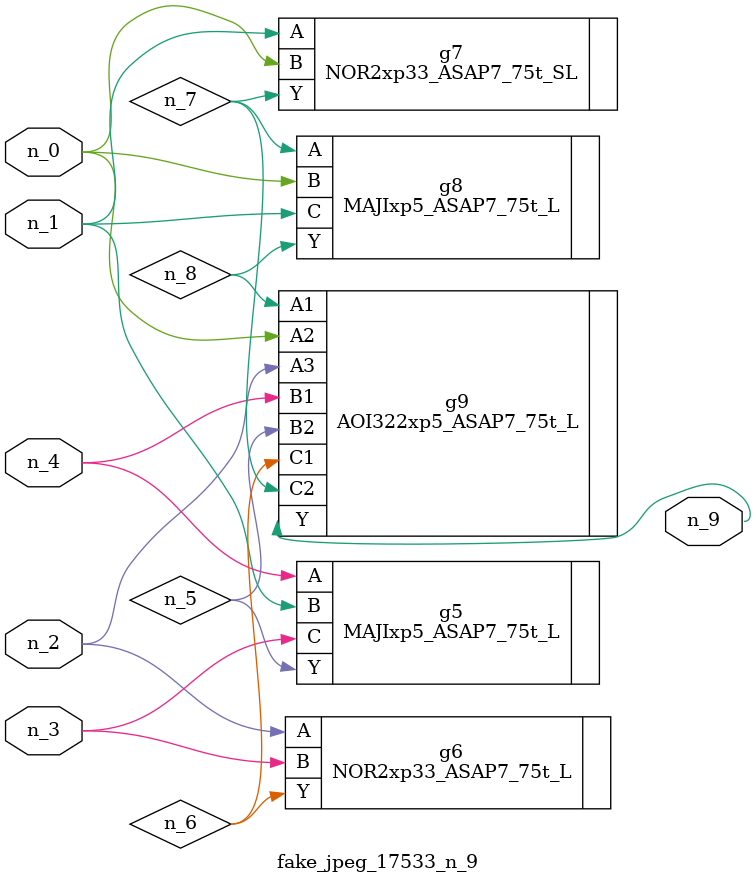
<source format=v>
module fake_jpeg_17533_n_9 (n_3, n_2, n_1, n_0, n_4, n_9);

input n_3;
input n_2;
input n_1;
input n_0;
input n_4;

output n_9;

wire n_8;
wire n_6;
wire n_5;
wire n_7;

MAJIxp5_ASAP7_75t_L g5 ( 
.A(n_4),
.B(n_1),
.C(n_3),
.Y(n_5)
);

NOR2xp33_ASAP7_75t_L g6 ( 
.A(n_2),
.B(n_3),
.Y(n_6)
);

NOR2xp33_ASAP7_75t_SL g7 ( 
.A(n_1),
.B(n_0),
.Y(n_7)
);

MAJIxp5_ASAP7_75t_L g8 ( 
.A(n_7),
.B(n_0),
.C(n_1),
.Y(n_8)
);

AOI322xp5_ASAP7_75t_L g9 ( 
.A1(n_8),
.A2(n_0),
.A3(n_2),
.B1(n_4),
.B2(n_5),
.C1(n_6),
.C2(n_7),
.Y(n_9)
);


endmodule
</source>
